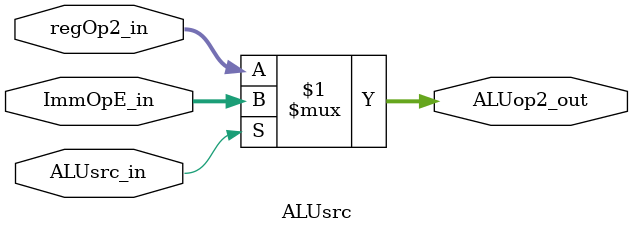
<source format=sv>
module ALUsrc #(
    parameter DATA_WIDTH = 32

)(
    input  logic [DATA_WIDTH-1:0]        regOp2_in,
    input  logic [DATA_WIDTH-1:0]        ImmOpE_in,
    input  logic                         ALUsrc_in,
    output logic [DATA_WIDTH-1:0]        ALUop2_out
);

assign ALUop2_out = ALUsrc_in ? ImmOpE_in : regOp2_in;


endmodule

</source>
